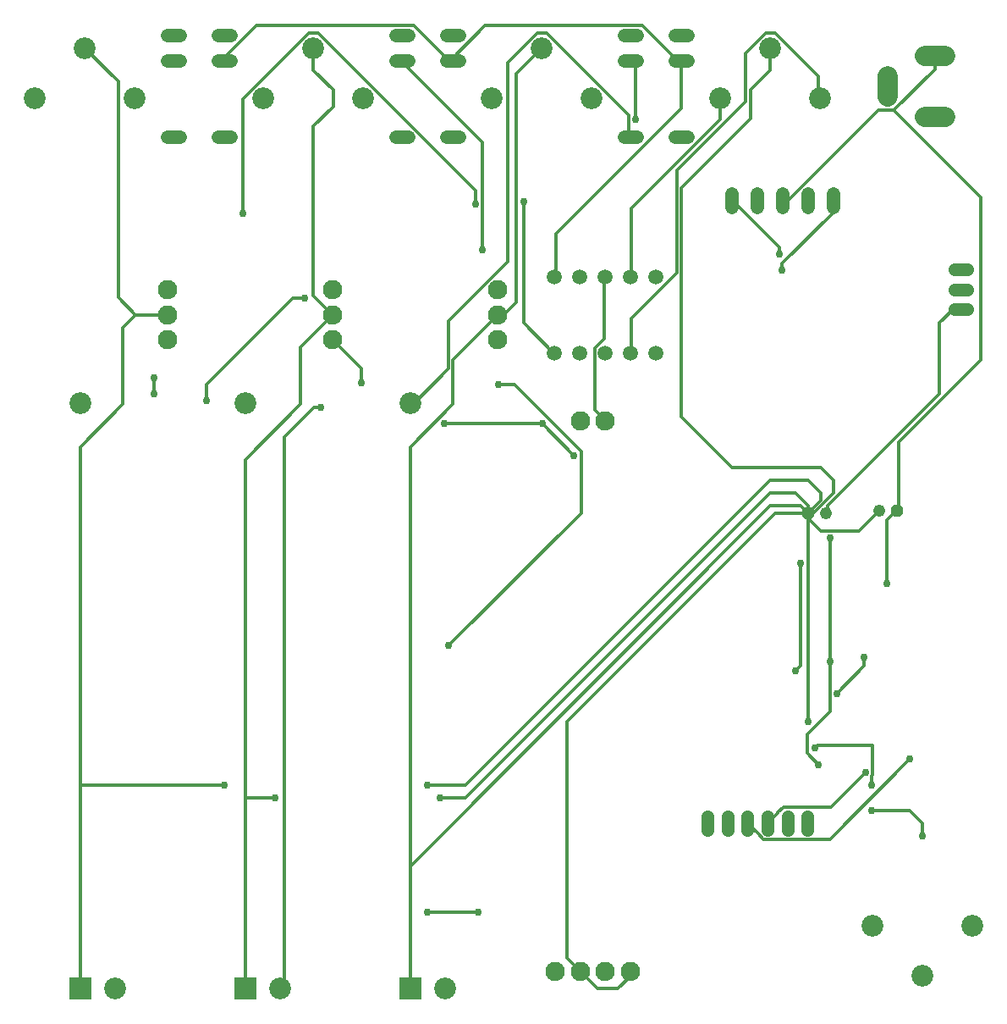
<source format=gbr>
G04 EAGLE Gerber RS-274X export*
G75*
%MOMM*%
%FSLAX34Y34*%
%LPD*%
%INBottom Copper*%
%IPPOS*%
%AMOC8*
5,1,8,0,0,1.08239X$1,22.5*%
G01*
%ADD10P,1.319650X8X202.500000*%
%ADD11C,1.219200*%
%ADD12P,1.319650X8X22.500000*%
%ADD13C,1.930400*%
%ADD14C,1.308000*%
%ADD15C,2.184400*%
%ADD16R,2.184400X2.184400*%
%ADD17C,2.000000*%
%ADD18C,1.320800*%
%ADD19C,1.508000*%
%ADD20C,0.304800*%
%ADD21C,0.756400*%


D10*
X812800Y500100D03*
D11*
X830580Y500100D03*
D12*
X901700Y503200D03*
D11*
X883920Y503200D03*
D13*
X336700Y673500D03*
X336700Y698500D03*
X336700Y723500D03*
X501800Y673500D03*
X501800Y698500D03*
X501800Y723500D03*
X171600Y673500D03*
X171600Y698500D03*
X171600Y723500D03*
D14*
X958660Y723900D02*
X971740Y723900D01*
X971740Y743900D02*
X958660Y743900D01*
X958660Y703900D02*
X971740Y703900D01*
D15*
X927100Y38100D03*
X877100Y88100D03*
X977100Y88100D03*
D13*
X559400Y42500D03*
X584400Y42500D03*
X609400Y42500D03*
X634400Y42500D03*
X584400Y592500D03*
X609400Y592500D03*
D16*
X84100Y25000D03*
D15*
X119100Y25000D03*
X84100Y610000D03*
D16*
X249200Y25000D03*
D15*
X284200Y25000D03*
X249200Y610000D03*
D16*
X414300Y25000D03*
D15*
X449300Y25000D03*
X414300Y610000D03*
D14*
X772000Y197040D02*
X772000Y183960D01*
X752000Y183960D02*
X752000Y197040D01*
X732000Y197040D02*
X732000Y183960D01*
X792000Y183960D02*
X792000Y197040D01*
X812000Y197040D02*
X812000Y183960D01*
X712000Y183960D02*
X712000Y197040D01*
D17*
X929800Y896100D02*
X949800Y896100D01*
X949800Y957100D02*
X929800Y957100D01*
X891800Y937100D02*
X891800Y917100D01*
D15*
X88900Y965200D03*
X138900Y915200D03*
X38900Y915200D03*
X774700Y965200D03*
X824700Y915200D03*
X724700Y915200D03*
X546100Y965200D03*
X596100Y915200D03*
X496100Y915200D03*
X317500Y965200D03*
X367500Y915200D03*
X267500Y915200D03*
D18*
X184404Y977900D02*
X171196Y977900D01*
X171196Y952500D02*
X184404Y952500D01*
X184404Y876300D02*
X171196Y876300D01*
X221996Y876300D02*
X235204Y876300D01*
X235204Y952500D02*
X221996Y952500D01*
X221996Y977900D02*
X235204Y977900D01*
X399796Y977900D02*
X413004Y977900D01*
X413004Y952500D02*
X399796Y952500D01*
X399796Y876300D02*
X413004Y876300D01*
X450596Y876300D02*
X463804Y876300D01*
X463804Y952500D02*
X450596Y952500D01*
X450596Y977900D02*
X463804Y977900D01*
X628396Y977900D02*
X641604Y977900D01*
X641604Y952500D02*
X628396Y952500D01*
X628396Y876300D02*
X641604Y876300D01*
X679196Y876300D02*
X692404Y876300D01*
X692404Y952500D02*
X679196Y952500D01*
X679196Y977900D02*
X692404Y977900D01*
D19*
X558800Y660400D03*
X584200Y660400D03*
X609600Y660400D03*
X635000Y660400D03*
X660400Y660400D03*
X660400Y736600D03*
X635000Y736600D03*
X609600Y736600D03*
X584200Y736600D03*
X558800Y736600D03*
D18*
X838200Y806196D02*
X838200Y819404D01*
X812800Y819404D02*
X812800Y806196D01*
X787400Y806196D02*
X787400Y819404D01*
X762000Y819404D02*
X762000Y806196D01*
X736600Y806196D02*
X736600Y819404D01*
D20*
X84100Y228600D02*
X84100Y25000D01*
X84100Y228600D02*
X84100Y566700D01*
X127000Y609600D02*
X127000Y685800D01*
X139700Y698500D01*
X171600Y698500D01*
X127000Y609600D02*
X84100Y566700D01*
X122284Y715916D02*
X122284Y931816D01*
X88900Y965200D01*
X122284Y715916D02*
X139700Y698500D01*
X317500Y717700D02*
X336700Y698500D01*
X337184Y907047D02*
X337184Y923353D01*
X317500Y943037D02*
X317500Y965200D01*
X317500Y887363D02*
X317500Y717700D01*
X337184Y923353D02*
X317500Y943037D01*
X337184Y907047D02*
X317500Y887363D01*
X336700Y698500D02*
X304800Y666600D01*
X304800Y609600D01*
X249200Y554000D02*
X249200Y215900D01*
X249200Y25000D01*
X249200Y554000D02*
X304800Y609600D01*
X520700Y939800D02*
X546100Y965200D01*
X520700Y711200D02*
X508000Y698500D01*
X501800Y698500D01*
X520700Y711200D02*
X520700Y939800D01*
X501800Y698500D02*
X457200Y653900D01*
X457200Y609600D01*
X414300Y566700D02*
X414300Y147600D01*
X414300Y25000D01*
X414300Y566700D02*
X457200Y609600D01*
X779500Y500100D02*
X812800Y500100D01*
X779500Y500100D02*
X571500Y292100D01*
X804900Y508000D02*
X812800Y500100D01*
X804900Y508000D02*
X774700Y508000D01*
X414300Y147600D01*
X812800Y500100D02*
X812800Y508000D01*
X800100Y520700D01*
X774700Y520700D01*
X469900Y215900D02*
X444500Y215900D01*
D21*
X444500Y215900D03*
X279400Y215900D03*
D20*
X249200Y215900D01*
X469900Y215900D02*
X774700Y520700D01*
X812800Y500100D02*
X825500Y512800D01*
X825500Y520700D01*
X812800Y533400D01*
X774700Y533400D02*
X469900Y228600D01*
X431800Y228600D01*
D21*
X431800Y228600D03*
X228600Y228600D03*
D20*
X774700Y533400D02*
X812800Y533400D01*
X228600Y228600D02*
X84100Y228600D01*
X571500Y55400D02*
X584400Y42500D01*
X571500Y55400D02*
X571500Y292100D01*
X584400Y42500D02*
X601500Y25400D01*
X622300Y25400D01*
X634400Y37500D01*
X634400Y42500D01*
X774700Y943037D02*
X774700Y965200D01*
X755016Y894716D02*
X685800Y825500D01*
X755016Y923353D02*
X774700Y943037D01*
X755016Y923353D02*
X755016Y894716D01*
X685800Y825500D02*
X685800Y596900D01*
X736600Y546100D02*
X825500Y546100D01*
X838200Y533400D01*
X838200Y520700D01*
X817600Y500100D01*
X812800Y500100D01*
X736600Y546100D02*
X685800Y596900D01*
X863320Y482600D02*
X883920Y503200D01*
X863320Y482600D02*
X825500Y482600D01*
X812800Y495300D01*
X812800Y500100D01*
D21*
X812800Y292100D03*
D20*
X812800Y500100D01*
D21*
X482600Y101600D03*
D20*
X431800Y101600D01*
D21*
X431800Y101600D03*
D20*
X891540Y429768D02*
X891540Y493776D01*
X900684Y502920D01*
X901700Y503200D01*
X793242Y813816D02*
X788670Y813816D01*
X793242Y813816D02*
X882396Y902970D01*
X898398Y902970D01*
X939546Y944118D01*
X939546Y955548D01*
X788670Y813816D02*
X787400Y812800D01*
X939546Y955548D02*
X939800Y957100D01*
X902970Y571500D02*
X902970Y505206D01*
X902970Y571500D02*
X985266Y653796D01*
X985266Y816102D01*
X898398Y902970D01*
X902970Y505206D02*
X901700Y503200D01*
X454914Y953262D02*
X452628Y953262D01*
X454914Y953262D02*
X457200Y953262D01*
X452628Y953262D02*
X418338Y987552D01*
X260604Y987552D01*
X228600Y955548D01*
X228600Y952500D01*
X457200Y952500D02*
X457200Y953262D01*
X681228Y953262D02*
X685800Y953262D01*
X681228Y953262D02*
X646938Y987552D01*
X489204Y987552D01*
X454914Y953262D01*
X685800Y953262D02*
X685800Y952500D01*
X457200Y952500D02*
X454914Y953262D01*
X560070Y779526D02*
X560070Y738378D01*
X560070Y779526D02*
X685800Y905256D01*
X685800Y952500D01*
X560070Y738378D02*
X558800Y736600D01*
D21*
X891540Y429768D03*
D20*
X811530Y260604D02*
X822960Y249174D01*
X811530Y260604D02*
X811530Y278892D01*
X834390Y301752D01*
X834390Y352044D01*
X832104Y500634D02*
X832104Y507492D01*
X944118Y619506D01*
X944118Y690372D01*
X957834Y704088D01*
X964692Y704088D01*
X832104Y500634D02*
X830580Y500100D01*
X964692Y704088D02*
X965200Y703900D01*
X834390Y475488D02*
X834390Y352044D01*
D21*
X822960Y249174D03*
X834390Y352044D03*
X834390Y475488D03*
D20*
X210312Y612648D02*
X210312Y628650D01*
X297180Y715518D01*
X308610Y715518D01*
X448056Y589788D02*
X546354Y589788D01*
X868680Y356616D02*
X868680Y347472D01*
X841248Y320040D01*
X578358Y557784D02*
X546354Y589788D01*
D21*
X210312Y612648D03*
X308610Y715518D03*
X546354Y589788D03*
X448056Y589788D03*
X868680Y356616D03*
X841248Y320040D03*
X578358Y557784D03*
D20*
X365760Y630936D02*
X365760Y644652D01*
X338328Y672084D01*
X336700Y673500D01*
D21*
X365760Y630936D03*
D20*
X157734Y635508D02*
X157734Y619506D01*
D21*
X157734Y619506D03*
X157734Y635508D03*
D20*
X317754Y605790D02*
X324612Y605790D01*
X317754Y605790D02*
X288036Y576072D01*
X288036Y27432D01*
X285750Y25146D01*
X284200Y25000D01*
D21*
X324612Y605790D03*
D20*
X502920Y628650D02*
X518922Y628650D01*
X585216Y562356D01*
X585216Y500634D01*
X452628Y368046D01*
D21*
X502920Y628650D03*
X452628Y368046D03*
X800100Y342900D03*
D20*
X804672Y347472D02*
X804672Y450342D01*
X804672Y347472D02*
X800100Y342900D01*
D21*
X804672Y450342D03*
X914400Y254480D03*
D20*
X768029Y174372D02*
X762412Y179989D01*
X762412Y180088D02*
X752000Y190500D01*
X762412Y180088D02*
X762412Y179989D01*
X768029Y174372D02*
X834292Y174372D01*
X914400Y254480D01*
D21*
X927100Y177800D03*
D20*
X927100Y190500D01*
X914400Y203200D01*
X876300Y203200D01*
D21*
X876300Y203200D03*
X876300Y228600D03*
X819150Y266116D03*
D20*
X877260Y268656D02*
X877260Y238471D01*
X876300Y237511D02*
X876300Y228600D01*
X876300Y237511D02*
X877260Y238471D01*
X877260Y268656D02*
X821690Y268656D01*
X819150Y266116D01*
D21*
X870430Y241300D03*
D20*
X788029Y206628D02*
X782412Y201012D01*
X782412Y200912D02*
X772000Y190500D01*
X782412Y200912D02*
X782412Y201012D01*
X835758Y206628D02*
X870430Y241300D01*
X835758Y206628D02*
X788029Y206628D01*
X480060Y809244D02*
X480060Y822960D01*
X322326Y980694D01*
X313182Y980694D01*
X246888Y914400D01*
X246888Y800100D01*
D21*
X480060Y809244D03*
X246888Y800100D03*
D20*
X528066Y811530D02*
X528066Y690372D01*
X557784Y660654D01*
X558800Y660400D01*
D21*
X528066Y811530D03*
D20*
X640080Y893826D02*
X640080Y946404D01*
X635508Y950976D01*
X635000Y952500D01*
D21*
X640080Y893826D03*
D20*
X486918Y870966D02*
X486918Y763524D01*
X486918Y870966D02*
X406908Y950976D01*
X406400Y952500D01*
D21*
X486918Y763524D03*
D20*
X786384Y749808D02*
X786384Y742950D01*
X786384Y749808D02*
X836676Y800100D01*
X836676Y811530D01*
X838200Y812800D01*
D21*
X786384Y742950D03*
D20*
X784098Y758952D02*
X784098Y765810D01*
X738378Y811530D01*
X736600Y812800D01*
D21*
X784098Y758952D03*
D20*
X635508Y694944D02*
X635508Y660654D01*
X635508Y694944D02*
X681228Y740664D01*
X681228Y843534D01*
X749808Y912114D01*
X749808Y960120D01*
X770382Y980694D01*
X779526Y980694D01*
X822960Y937260D01*
X822960Y916686D01*
X635508Y660654D02*
X635000Y660400D01*
X824700Y915200D02*
X822960Y916686D01*
X635508Y804672D02*
X635508Y738378D01*
X635508Y804672D02*
X724662Y893826D01*
X724662Y914400D01*
X635508Y738378D02*
X635000Y736600D01*
X724662Y914400D02*
X724700Y915200D01*
X633222Y898398D02*
X633222Y877824D01*
X633222Y898398D02*
X550926Y980694D01*
X541782Y980694D01*
X512064Y950976D01*
X512064Y752094D01*
X452628Y692658D01*
X452628Y644652D01*
X416052Y608076D01*
X635000Y876300D02*
X633222Y877824D01*
X414300Y610000D02*
X416052Y608076D01*
X608076Y674370D02*
X608076Y736092D01*
X608076Y674370D02*
X598932Y665226D01*
X598932Y603504D01*
X608076Y594360D01*
X608076Y736092D02*
X609600Y736600D01*
X608076Y594360D02*
X609400Y592500D01*
M02*

</source>
